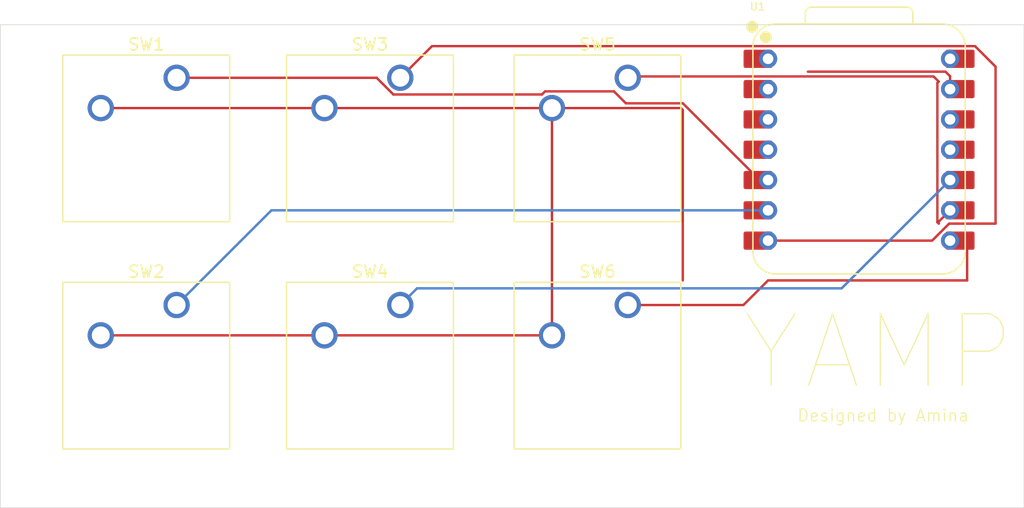
<source format=kicad_pcb>
(kicad_pcb (version 20240108) (generator "pcbnew") (generator_version "8.0")
  (layers (0 "F.Cu" signal) (31 "B.Cu" signal) (34 "B.Paste" user) (35 "F.Paste" user) (36 "B.SilkS" user "B.Silkscreen") (37 "F.SilkS" user "F.Silkscreen") (38 "B.Mask" user) (39 "F.Mask" user) (44 "Edge.Cuts" user))
  (net 0 "")
  (net 1 "GND")
  (net 2 "Net-(U1-GPIO6{slash}SDA)")
  (net 3 "Net-(U1-GPIO7{slash}SCL)")
  (net 4 "Net-(U1-GPIO0{slash}TX)")
  (net 5 "Net-(U1-GPIO4{slash}MISO)")
  (net 6 "Net-(U1-GPIO2{slash}SCK)")
  (net 7 "Net-(U1-GPIO1{slash}RX)")
  (net 8 "+5V")
  (footprint "Button_Switch_Keyboard:SW_Cherry_MX_1.00u_PCB" (layer "F.Cu") (at 67.15125 52.07)
    (property "Reference" "SW1" (at -2.54 -2.794 0) (layer "F.SilkS"))
    (property "Value" "SW_Push")
    (fp_line (start -9.525 -1.905) (end 4.445 -1.905) (stroke (width 0.12)) (layer "F.SilkS"))
    (fp_line (start -9.525 12.065) (end -9.525 -1.905) (stroke (width 0.12)) (layer "F.SilkS"))
    (fp_line (start 4.445 -1.905) (end 4.445 12.065) (stroke (width 0.12)) (layer "F.SilkS"))
    (fp_line (start 4.445 12.065) (end -9.525 12.065) (stroke (width 0.12)) (layer "F.SilkS"))
    (pad "" np_thru_hole circle (at -7.62 5.08) (size 1.7 1.7) (drill 1.7) (layers "*.Cu" "*.Mask"))
    (pad "" np_thru_hole circle (at -2.54 5.08) (size 4 4) (drill 4) (layers "*.Cu" "*.Mask"))
    (pad "" np_thru_hole circle (at 2.54 5.08) (size 1.7 1.7) (drill 1.7) (layers "*.Cu" "*.Mask"))
    (pad "1" thru_hole circle (at 0 0) (size 2.2 2.2) (drill 1.5) (layers "*.Cu" "*.Mask") (net 2 "Net-(U1-GPIO6{slash}SDA)"))
    (pad "2" thru_hole circle (at -6.35 2.54) (size 2.2 2.2) (drill 1.5) (layers "*.Cu" "*.Mask") (net 1 "GND"))
  )
  (footprint "Button_Switch_Keyboard:SW_Cherry_MX_1.00u_PCB" (layer "F.Cu") (at 85.88375 52.07)
    (property "Reference" "SW3" (at -2.54 -2.794 0) (layer "F.SilkS"))
    (property "Value" "SW_Push")
    (fp_line (start -9.525 -1.905) (end 4.445 -1.905) (stroke (width 0.12)) (layer "F.SilkS"))
    (fp_line (start -9.525 12.065) (end -9.525 -1.905) (stroke (width 0.12)) (layer "F.SilkS"))
    (fp_line (start 4.445 -1.905) (end 4.445 12.065) (stroke (width 0.12)) (layer "F.SilkS"))
    (fp_line (start 4.445 12.065) (end -9.525 12.065) (stroke (width 0.12)) (layer "F.SilkS"))
    (pad "" np_thru_hole circle (at -7.62 5.08) (size 1.7 1.7) (drill 1.7) (layers "*.Cu" "*.Mask"))
    (pad "" np_thru_hole circle (at -2.54 5.08) (size 4 4) (drill 4) (layers "*.Cu" "*.Mask"))
    (pad "" np_thru_hole circle (at 2.54 5.08) (size 1.7 1.7) (drill 1.7) (layers "*.Cu" "*.Mask"))
    (pad "1" thru_hole circle (at 0 0) (size 2.2 2.2) (drill 1.5) (layers "*.Cu" "*.Mask") (net 4 "Net-(U1-GPIO0{slash}TX)"))
    (pad "2" thru_hole circle (at -6.35 2.54) (size 2.2 2.2) (drill 1.5) (layers "*.Cu" "*.Mask") (net 1 "GND"))
  )
  (footprint "Button_Switch_Keyboard:SW_Cherry_MX_1.00u_PCB" (layer "F.Cu") (at 104.93375 52.07)
    (property "Reference" "SW5" (at -2.54 -2.794 0) (layer "F.SilkS"))
    (property "Value" "SW_Push")
    (fp_line (start -9.525 -1.905) (end 4.445 -1.905) (stroke (width 0.12)) (layer "F.SilkS"))
    (fp_line (start -9.525 12.065) (end -9.525 -1.905) (stroke (width 0.12)) (layer "F.SilkS"))
    (fp_line (start 4.445 -1.905) (end 4.445 12.065) (stroke (width 0.12)) (layer "F.SilkS"))
    (fp_line (start 4.445 12.065) (end -9.525 12.065) (stroke (width 0.12)) (layer "F.SilkS"))
    (pad "" np_thru_hole circle (at -7.62 5.08) (size 1.7 1.7) (drill 1.7) (layers "*.Cu" "*.Mask"))
    (pad "" np_thru_hole circle (at -2.54 5.08) (size 4 4) (drill 4) (layers "*.Cu" "*.Mask"))
    (pad "" np_thru_hole circle (at 2.54 5.08) (size 1.7 1.7) (drill 1.7) (layers "*.Cu" "*.Mask"))
    (pad "1" thru_hole circle (at 0 0) (size 2.2 2.2) (drill 1.5) (layers "*.Cu" "*.Mask") (net 6 "Net-(U1-GPIO2{slash}SCK)"))
    (pad "2" thru_hole circle (at -6.35 2.54) (size 2.2 2.2) (drill 1.5) (layers "*.Cu" "*.Mask") (net 1 "GND"))
  )
  (footprint "Button_Switch_Keyboard:SW_Cherry_MX_1.00u_PCB" (layer "F.Cu") (at 85.88375 71.12)
    (property "Reference" "SW4" (at -2.54 -2.794 0) (layer "F.SilkS"))
    (property "Value" "SW_Push")
    (fp_line (start -9.525 -1.905) (end 4.445 -1.905) (stroke (width 0.12)) (layer "F.SilkS"))
    (fp_line (start -9.525 12.065) (end -9.525 -1.905) (stroke (width 0.12)) (layer "F.SilkS"))
    (fp_line (start 4.445 -1.905) (end 4.445 12.065) (stroke (width 0.12)) (layer "F.SilkS"))
    (fp_line (start 4.445 12.065) (end -9.525 12.065) (stroke (width 0.12)) (layer "F.SilkS"))
    (pad "" np_thru_hole circle (at -7.62 5.08) (size 1.7 1.7) (drill 1.7) (layers "*.Cu" "*.Mask"))
    (pad "" np_thru_hole circle (at -2.54 5.08) (size 4 4) (drill 4) (layers "*.Cu" "*.Mask"))
    (pad "" np_thru_hole circle (at 2.54 5.08) (size 1.7 1.7) (drill 1.7) (layers "*.Cu" "*.Mask"))
    (pad "1" thru_hole circle (at 0 0) (size 2.2 2.2) (drill 1.5) (layers "*.Cu" "*.Mask") (net 5 "Net-(U1-GPIO4{slash}MISO)"))
    (pad "2" thru_hole circle (at -6.35 2.54) (size 2.2 2.2) (drill 1.5) (layers "*.Cu" "*.Mask") (net 1 "GND"))
  )
  (footprint "Seeed Studio XIAO Series Library:XIAO-RP2040-DIP" (layer "F.Cu") (at 124.30125 58.1)
    (property "Reference" "U1" (at -8.5 -12 0) (layer "F.SilkS") (effects (font (size 0.635 0.635) (thickness 0.1016))))
    (property "Value" "XIAO-RP2040-DIP")
    (fp_line (start -8.89 8.509) (end -8.89 -8.636) (stroke (width 0.127)) (layer "F.SilkS"))
    (fp_line (start -6.985 10.414) (end 6.985 10.414) (stroke (width 0.127)) (layer "F.SilkS"))
    (fp_line (start -4.495 -10.541) (end -4.491272 -11.451272) (stroke (width 0.127)) (layer "F.SilkS"))
    (fp_line (start -3.991272 -11.951) (end 4.004 -11.951) (stroke (width 0.127)) (layer "F.SilkS"))
    (fp_line (start 4.504 -11.451) (end 4.504 -10.541) (stroke (width 0.127)) (layer "F.SilkS"))
    (fp_line (start 6.985 -10.541) (end -6.985 -10.541) (stroke (width 0.1)) (layer "F.SilkS"))
    (fp_line (start 6.985 -10.541) (end -6.985 -10.541) (stroke (width 0.127)) (layer "F.SilkS"))
    (fp_line (start 8.89 8.509) (end 8.89 -8.636) (stroke (width 0.127)) (layer "F.SilkS"))
    (fp_arc (start -8.89 -8.636) (mid -8.332038 -9.983038) (end -6.985 -10.541) (stroke (width 0.127)) (layer "F.SilkS"))
    (fp_arc (start -6.985 10.414) (mid -8.332038 9.856038) (end -8.89 8.509) (stroke (width 0.127)) (layer "F.SilkS"))
    (fp_arc (start -4.491272 -11.451272) (mid -4.344724 -11.804644) (end -3.991272 -11.951) (stroke (width 0.127)) (layer "F.SilkS"))
    (fp_arc (start 4.004 -11.951) (mid 4.357553 -11.804553) (end 4.504 -11.451) (stroke (width 0.127)) (layer "F.SilkS"))
    (fp_arc (start 6.985 -10.541) (mid 8.332038 -9.983038) (end 8.89 -8.636) (stroke (width 0.127)) (layer "F.SilkS"))
    (fp_arc (start 8.89 8.509) (mid 8.332038 9.856038) (end 6.985 10.414) (stroke (width 0.127)) (layer "F.SilkS"))
    (fp_circle (center -8.95 -10.3) (end -8.95 -10.554) (stroke (width 0.5)) (fill solid) (layer "F.SilkS"))
    (fp_circle (center -7.807 -9.42) (end -7.807 -9.674) (stroke (width 0.5)) (fill solid) (layer "F.SilkS"))
    (pad "1" smd roundrect (at -8.455 -7.62 180) (size 2.432 1.524) (layers "F.Cu" "F.Mask") (roundrect_rratio 0.1))
    (pad "1" thru_hole circle (at -7.62 -7.62 180) (size 1.524 1.524) (drill 0.889) (layers "*.Cu" "*.Mask"))
    (pad "2" smd roundrect (at -8.455 -5.08 180) (size 2.432 1.524) (layers "F.Cu" "F.Mask") (roundrect_rratio 0.1))
    (pad "2" thru_hole circle (at -7.62 -5.08 180) (size 1.524 1.524) (drill 0.889) (layers "*.Cu" "*.Mask"))
    (pad "3" smd roundrect (at -8.455 -2.54 180) (size 2.432 1.524) (layers "F.Cu" "F.Mask") (roundrect_rratio 0.1))
    (pad "3" thru_hole circle (at -7.62 -2.54 180) (size 1.524 1.524) (drill 0.889) (layers "*.Cu" "*.Mask"))
    (pad "4" smd roundrect (at -8.455 0 180) (size 2.432 1.524) (layers "F.Cu" "F.Mask") (roundrect_rratio 0.1))
    (pad "4" thru_hole circle (at -7.62 0 180) (size 1.524 1.524) (drill 0.889) (layers "*.Cu" "*.Mask"))
    (pad "5" smd roundrect (at -8.455 2.54 180) (size 2.432 1.524) (layers "F.Cu" "F.Mask") (roundrect_rratio 0.1) (net 2 "Net-(U1-GPIO6{slash}SDA)"))
    (pad "5" thru_hole circle (at -7.62 2.54 180) (size 1.524 1.524) (drill 0.889) (layers "*.Cu" "*.Mask") (net 2 "Net-(U1-GPIO6{slash}SDA)"))
    (pad "6" smd roundrect (at -8.455 5.08 180) (size 2.432 1.524) (layers "F.Cu" "F.Mask") (roundrect_rratio 0.1) (net 3 "Net-(U1-GPIO7{slash}SCL)"))
    (pad "6" thru_hole circle (at -7.62 5.08 180) (size 1.524 1.524) (drill 0.889) (layers "*.Cu" "*.Mask") (net 3 "Net-(U1-GPIO7{slash}SCL)"))
    (pad "7" smd roundrect (at -8.455 7.62 180) (size 2.432 1.524) (layers "F.Cu" "F.Mask") (roundrect_rratio 0.1) (net 4 "Net-(U1-GPIO0{slash}TX)"))
    (pad "7" thru_hole circle (at -7.62 7.62 180) (size 1.524 1.524) (drill 0.889) (layers "*.Cu" "*.Mask") (net 4 "Net-(U1-GPIO0{slash}TX)"))
    (pad "8" thru_hole circle (at 7.62 7.62) (size 1.524 1.524) (drill 0.889) (layers "*.Cu" "*.Mask") (net 7 "Net-(U1-GPIO1{slash}RX)"))
    (pad "8" smd roundrect (at 8.455 7.62) (size 2.432 1.524) (layers "F.Cu" "F.Mask") (roundrect_rratio 0.1) (net 7 "Net-(U1-GPIO1{slash}RX)"))
    (pad "9" thru_hole circle (at 7.62 5.08) (size 1.524 1.524) (drill 0.889) (layers "*.Cu" "*.Mask") (net 6 "Net-(U1-GPIO2{slash}SCK)"))
    (pad "9" smd roundrect (at 8.455 5.08) (size 2.432 1.524) (layers "F.Cu" "F.Mask") (roundrect_rratio 0.1) (net 6 "Net-(U1-GPIO2{slash}SCK)"))
    (pad "10" thru_hole circle (at 7.62 2.54) (size 1.524 1.524) (drill 0.889) (layers "*.Cu" "*.Mask") (net 5 "Net-(U1-GPIO4{slash}MISO)"))
    (pad "10" smd roundrect (at 8.455 2.54) (size 2.432 1.524) (layers "F.Cu" "F.Mask") (roundrect_rratio 0.1) (net 5 "Net-(U1-GPIO4{slash}MISO)"))
    (pad "11" thru_hole circle (at 7.62 0) (size 1.524 1.524) (drill 0.889) (layers "*.Cu" "*.Mask"))
    (pad "11" smd roundrect (at 8.455 0) (size 2.432 1.524) (layers "F.Cu" "F.Mask") (roundrect_rratio 0.1))
    (pad "12" thru_hole circle (at 7.62 -2.54) (size 1.524 1.524) (drill 0.889) (layers "*.Cu" "*.Mask"))
    (pad "12" smd roundrect (at 8.455 -2.54) (size 2.432 1.524) (layers "F.Cu" "F.Mask") (roundrect_rratio 0.1))
    (pad "13" thru_hole circle (at 7.62 -5.08) (size 1.524 1.524) (drill 0.889) (layers "*.Cu" "*.Mask") (net 1 "GND"))
    (pad "13" smd roundrect (at 8.455 -5.08) (size 2.432 1.524) (layers "F.Cu" "F.Mask") (roundrect_rratio 0.1) (net 1 "GND"))
    (pad "14" thru_hole circle (at 7.62 -7.62) (size 1.524 1.524) (drill 0.889) (layers "*.Cu" "*.Mask") (net 8 "+5V"))
    (pad "14" smd roundrect (at 8.455 -7.62) (size 2.432 1.524) (layers "F.Cu" "F.Mask") (roundrect_rratio 0.1) (net 8 "+5V"))
  )
  (footprint "Button_Switch_Keyboard:SW_Cherry_MX_1.00u_PCB" (layer "F.Cu") (at 67.15125 71.12)
    (property "Reference" "SW2" (at -2.54 -2.794 0) (layer "F.SilkS"))
    (property "Value" "SW_Push")
    (fp_line (start -9.525 -1.905) (end 4.445 -1.905) (stroke (width 0.12)) (layer "F.SilkS"))
    (fp_line (start -9.525 12.065) (end -9.525 -1.905) (stroke (width 0.12)) (layer "F.SilkS"))
    (fp_line (start 4.445 -1.905) (end 4.445 12.065) (stroke (width 0.12)) (layer "F.SilkS"))
    (fp_line (start 4.445 12.065) (end -9.525 12.065) (stroke (width 0.12)) (layer "F.SilkS"))
    (pad "" np_thru_hole circle (at -7.62 5.08) (size 1.7 1.7) (drill 1.7) (layers "*.Cu" "*.Mask"))
    (pad "" np_thru_hole circle (at -2.54 5.08) (size 4 4) (drill 4) (layers "*.Cu" "*.Mask"))
    (pad "" np_thru_hole circle (at 2.54 5.08) (size 1.7 1.7) (drill 1.7) (layers "*.Cu" "*.Mask"))
    (pad "1" thru_hole circle (at 0 0) (size 2.2 2.2) (drill 1.5) (layers "*.Cu" "*.Mask") (net 3 "Net-(U1-GPIO7{slash}SCL)"))
    (pad "2" thru_hole circle (at -6.35 2.54) (size 2.2 2.2) (drill 1.5) (layers "*.Cu" "*.Mask") (net 1 "GND"))
  )
  (footprint "Button_Switch_Keyboard:SW_Cherry_MX_1.00u_PCB" (layer "F.Cu") (at 104.93375 71.12)
    (property "Reference" "SW6" (at -2.54 -2.794 0) (layer "F.SilkS"))
    (property "Value" "SW_Push")
    (fp_line (start -9.525 -1.905) (end 4.445 -1.905) (stroke (width 0.12)) (layer "F.SilkS"))
    (fp_line (start -9.525 12.065) (end -9.525 -1.905) (stroke (width 0.12)) (layer "F.SilkS"))
    (fp_line (start 4.445 -1.905) (end 4.445 12.065) (stroke (width 0.12)) (layer "F.SilkS"))
    (fp_line (start 4.445 12.065) (end -9.525 12.065) (stroke (width 0.12)) (layer "F.SilkS"))
    (pad "" np_thru_hole circle (at -7.62 5.08) (size 1.7 1.7) (drill 1.7) (layers "*.Cu" "*.Mask"))
    (pad "" np_thru_hole circle (at -2.54 5.08) (size 4 4) (drill 4) (layers "*.Cu" "*.Mask"))
    (pad "" np_thru_hole circle (at 2.54 5.08) (size 1.7 1.7) (drill 1.7) (layers "*.Cu" "*.Mask"))
    (pad "1" thru_hole circle (at 0 0) (size 2.2 2.2) (drill 1.5) (layers "*.Cu" "*.Mask") (net 7 "Net-(U1-GPIO1{slash}RX)"))
    (pad "2" thru_hole circle (at -6.35 2.54) (size 2.2 2.2) (drill 1.5) (layers "*.Cu" "*.Mask") (net 1 "GND"))
  )
  (gr_rect (start 52.3875 47.625) (end 138.1125 88.10625) (stroke (width 0.05)) (fill none) (layer "Edge.Cuts"))
  (gr_text "Designed by Amina\n" (at 119.0625 80.9625 0) (layer "F.SilkS") (effects (font (size 1 1) (thickness 0.1)) (justify left bottom)))
  (gr_text "YAMP" (at 114.3 78.58125 0) (layer "F.SilkS") (effects (font (size 6 6) (thickness 0.1)) (justify left bottom)))
  (segment (start 79.53375 54.61) (end 98.58375 54.61) (width 0.2) (layer "F.Cu") (net 1))
  (segment (start 131.92125 51.94237) (end 131.53688 51.558) (width 0.2) (layer "F.Cu") (net 1))
  (segment (start 98.58375 73.66) (end 79.53375 73.66) (width 0.2) (layer "F.Cu") (net 1))
  (segment (start 132.55375 52.3875) (end 131.92125 53.02) (width 0.2) (layer "F.Cu") (net 1))
  (segment (start 131.92125 53.02) (end 131.92125 51.94237) (width 0.2) (layer "F.Cu") (net 1))
  (segment (start 109.5375 54.76875) (end 109.5375 69.05625) (width 0.2) (layer "F.Cu") (net 1))
  (segment (start 60.80125 54.61) (end 79.53375 54.61) (width 0.2) (layer "F.Cu") (net 1))
  (segment (start 98.58375 54.61) (end 98.58375 73.66) (width 0.2) (layer "F.Cu") (net 1))
  (segment (start 131.53688 51.558) (end 120.01425 51.558) (width 0.2) (layer "F.Cu") (net 1))
  (segment (start 109.37875 54.61) (end 109.5375 54.76875) (width 0.2) (layer "F.Cu") (net 1))
  (segment (start 79.53375 73.66) (end 60.80125 73.66) (width 0.2) (layer "F.Cu") (net 1))
  (segment (start 98.58375 54.61) (end 109.37875 54.61) (width 0.2) (layer "F.Cu") (net 1))
  (segment (start 67.15125 52.07) (end 83.903851 52.07) (width 0.2) (layer "F.Cu") (net 2))
  (segment (start 109.544436 54.21) (end 115.974436 60.64) (width 0.2) (layer "F.Cu") (net 2))
  (segment (start 83.903851 52.07) (end 85.303851 53.47) (width 0.2) (layer "F.Cu") (net 2))
  (segment (start 115.974436 60.64) (end 116.68125 60.64) (width 0.2) (layer "F.Cu") (net 2))
  (segment (start 98.003851 53.21) (end 103.775 53.21) (width 0.2) (layer "F.Cu") (net 2))
  (segment (start 103.775 53.21) (end 104.775 54.21) (width 0.2) (layer "F.Cu") (net 2))
  (segment (start 104.775 54.21) (end 109.544436 54.21) (width 0.2) (layer "F.Cu") (net 2))
  (segment (start 97.743851 53.47) (end 98.003851 53.21) (width 0.2) (layer "F.Cu") (net 2))
  (segment (start 85.303851 53.47) (end 97.743851 53.47) (width 0.2) (layer "F.Cu") (net 2))
  (segment (start 116.68125 63.18) (end 75.09125 63.18) (width 0.2) (layer "B.Cu") (net 3))
  (segment (start 75.09125 63.18) (end 67.15125 71.12) (width 0.2) (layer "B.Cu") (net 3))
  (segment (start 135.73125 51.137786) (end 134.011464 49.418) (width 0.2) (layer "F.Cu") (net 4))
  (segment (start 130.419355 65.72) (end 131.845605 64.29375) (width 0.2) (layer "F.Cu") (net 4))
  (segment (start 135.73125 64.29375) (end 135.73125 51.137786) (width 0.2) (layer "F.Cu") (net 4))
  (segment (start 116.68125 65.72) (end 130.419355 65.72) (width 0.2) (layer "F.Cu") (net 4))
  (segment (start 88.53575 49.418) (end 85.88375 52.07) (width 0.2) (layer "F.Cu") (net 4))
  (segment (start 131.845605 64.29375) (end 135.73125 64.29375) (width 0.2) (layer "F.Cu") (net 4))
  (segment (start 134.011464 49.418) (end 88.53575 49.418) (width 0.2) (layer "F.Cu") (net 4))
  (segment (start 85.88375 71.12) (end 87.28375 69.72) (width 0.2) (layer "B.Cu") (net 5))
  (segment (start 87.28375 69.72) (end 122.84125 69.72) (width 0.2) (layer "B.Cu") (net 5))
  (segment (start 122.84125 69.72) (end 131.92125 60.64) (width 0.2) (layer "B.Cu") (net 5))
  (segment (start 130.85925 64.18425) (end 130.96875 64.29375) (width 0.2) (layer "F.Cu") (net 6))
  (segment (start 130.96875 64.1325) (end 131.92125 63.18) (width 0.2) (layer "F.Cu") (net 6))
  (segment (start 105.04575 51.958) (end 130.53925 51.958) (width 0.2) (layer "F.Cu") (net 6))
  (segment (start 130.85925 52.497) (end 130.85925 64.18425) (width 0.2) (layer "F.Cu") (net 6))
  (segment (start 104.93375 52.07) (end 105.04575 51.958) (width 0.2) (layer "F.Cu") (net 6))
  (segment (start 130.96875 64.29375) (end 130.96875 64.1325) (width 0.2) (layer "F.Cu") (net 6))
  (segment (start 130.53925 51.958) (end 130.96875 52.3875) (width 0.2) (layer "F.Cu") (net 6))
  (segment (start 130.96875 52.3875) (end 130.85925 52.497) (width 0.2) (layer "F.Cu") (net 6))
  (segment (start 104.93375 71.12) (end 114.6175 71.12) (width 0.2) (layer "F.Cu") (net 7))
  (segment (start 133.35 66.31375) (end 132.75625 65.72) (width 0.2) (layer "F.Cu") (net 7))
  (segment (start 116.68125 69.05625) (end 133.35 69.05625) (width 0.2) (layer "F.Cu") (net 7))
  (segment (start 133.35 69.05625) (end 133.35 66.31375) (width 0.2) (layer "F.Cu") (net 7))
  (segment (start 114.6175 71.12) (end 116.68125 69.05625) (width 0.2) (layer "F.Cu") (net 7))
)
</source>
